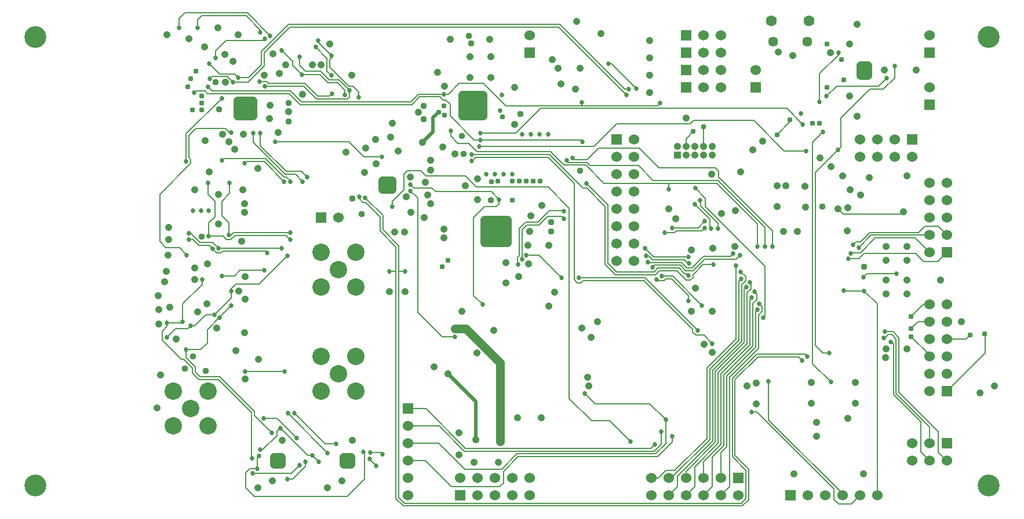
<source format=gbl>
G04 (created by PCBNEW-RS274X (2012-01-19 BZR 3256)-stable) date 12/09/2012 22:21:58*
G01*
G70*
G90*
%MOIN*%
G04 Gerber Fmt 3.4, Leading zero omitted, Abs format*
%FSLAX34Y34*%
G04 APERTURE LIST*
%ADD10C,0.006000*%
%ADD11C,0.063000*%
%ADD12C,0.057100*%
%ADD13C,0.023000*%
%ADD14C,0.023600*%
%ADD15C,0.025000*%
%ADD16R,0.060000X0.060000*%
%ADD17C,0.060000*%
%ADD18R,0.042000X0.042000*%
%ADD19C,0.042000*%
%ADD20C,0.100000*%
%ADD21C,0.126000*%
%ADD22C,0.031000*%
%ADD23C,0.027000*%
%ADD24C,0.037000*%
%ADD25C,0.050000*%
%ADD26C,0.008000*%
%ADD27C,0.020000*%
G04 APERTURE END LIST*
G54D10*
G54D11*
X70583Y-22169D03*
X68417Y-22169D03*
G54D12*
X70479Y-23339D03*
X68521Y-23339D03*
G54D13*
X73750Y-25000D03*
X73947Y-24705D03*
X73553Y-24705D03*
X73553Y-25295D03*
X73947Y-25295D03*
G54D14*
X44202Y-47702D03*
X43798Y-47702D03*
X43798Y-47298D03*
X44202Y-47298D03*
X40202Y-47702D03*
X39798Y-47702D03*
X39798Y-47298D03*
X40202Y-47298D03*
G54D15*
X52575Y-34275D03*
X52575Y-33625D03*
X53225Y-33625D03*
X53225Y-34275D03*
X53225Y-34925D03*
X52575Y-34925D03*
X51925Y-34925D03*
X51925Y-34275D03*
X51925Y-33625D03*
X51225Y-27025D03*
X51225Y-26431D03*
X51819Y-26431D03*
X51819Y-27025D03*
X51819Y-27619D03*
X51225Y-27619D03*
X50631Y-27619D03*
X50631Y-27025D03*
X50631Y-26431D03*
G54D14*
X38150Y-27200D03*
X37717Y-27200D03*
X37717Y-26767D03*
X38150Y-26767D03*
X38583Y-26767D03*
X38583Y-27200D03*
X38583Y-27633D03*
X38150Y-27633D03*
X37717Y-27633D03*
X46300Y-31600D03*
X46039Y-31339D03*
X46561Y-31339D03*
X46561Y-31861D03*
X46039Y-31861D03*
G54D16*
X59500Y-29000D03*
G54D17*
X60500Y-29000D03*
X59500Y-30000D03*
X60500Y-30000D03*
X59500Y-31000D03*
X60500Y-31000D03*
X59500Y-32000D03*
X60500Y-32000D03*
X59500Y-33000D03*
X60500Y-33000D03*
X59500Y-34000D03*
X60500Y-34000D03*
X59500Y-35000D03*
X60500Y-35000D03*
X59500Y-36000D03*
X60500Y-36000D03*
G54D16*
X66500Y-48500D03*
G54D17*
X66500Y-49500D03*
X65500Y-48500D03*
X65500Y-49500D03*
X64500Y-48500D03*
X64500Y-49500D03*
X63500Y-48500D03*
X63500Y-49500D03*
X62500Y-48500D03*
X62500Y-49500D03*
X61500Y-48500D03*
X61500Y-49500D03*
G54D16*
X78500Y-43500D03*
G54D17*
X77500Y-43500D03*
X78500Y-42500D03*
X77500Y-42500D03*
X78500Y-41500D03*
X77500Y-41500D03*
X78500Y-40500D03*
X77500Y-40500D03*
X78500Y-39500D03*
X77500Y-39500D03*
X78500Y-38500D03*
X77500Y-38500D03*
G54D16*
X78500Y-35500D03*
G54D17*
X77500Y-35500D03*
X78500Y-34500D03*
X77500Y-34500D03*
X78500Y-33500D03*
X77500Y-33500D03*
X78500Y-32500D03*
X77500Y-32500D03*
X78500Y-31500D03*
X77500Y-31500D03*
G54D16*
X50500Y-49500D03*
G54D17*
X50500Y-48500D03*
X51500Y-49500D03*
X51500Y-48500D03*
X52500Y-49500D03*
X52500Y-48500D03*
X53500Y-49500D03*
X53500Y-48500D03*
X54500Y-49500D03*
X54500Y-48500D03*
G54D16*
X76500Y-29000D03*
G54D17*
X76500Y-30000D03*
X75500Y-29000D03*
X75500Y-30000D03*
X74500Y-29000D03*
X74500Y-30000D03*
X73500Y-29000D03*
X73500Y-30000D03*
G54D16*
X78510Y-46500D03*
G54D17*
X78510Y-47500D03*
X77510Y-46500D03*
X77510Y-47500D03*
X76510Y-46500D03*
X76510Y-47500D03*
G54D16*
X69500Y-49500D03*
G54D17*
X70500Y-49500D03*
X71500Y-49500D03*
X72500Y-49500D03*
X73500Y-49500D03*
X74500Y-49500D03*
G54D16*
X47500Y-44500D03*
G54D17*
X47500Y-45500D03*
X47500Y-46500D03*
X47500Y-47500D03*
X47500Y-48500D03*
X47500Y-49500D03*
G54D16*
X63500Y-24000D03*
G54D17*
X64500Y-24000D03*
X65500Y-24000D03*
G54D16*
X63500Y-23000D03*
G54D17*
X64500Y-23000D03*
X65500Y-23000D03*
G54D16*
X63500Y-25000D03*
G54D17*
X64500Y-25000D03*
X65500Y-25000D03*
G54D16*
X63500Y-26000D03*
G54D17*
X64500Y-26000D03*
X65500Y-26000D03*
G54D16*
X67500Y-26000D03*
G54D17*
X67500Y-25000D03*
G54D18*
X63000Y-29900D03*
G54D19*
X63000Y-29400D03*
X63500Y-29900D03*
X63500Y-29400D03*
X64000Y-29900D03*
X64000Y-29400D03*
X64500Y-29900D03*
X64500Y-29400D03*
X65000Y-29900D03*
X65000Y-29400D03*
G54D20*
X43500Y-42500D03*
X42500Y-43500D03*
X44500Y-43500D03*
X44500Y-41500D03*
X42500Y-41500D03*
X35000Y-44500D03*
X36000Y-43500D03*
X34000Y-43500D03*
X34000Y-45500D03*
X36000Y-45500D03*
X43500Y-36500D03*
X42500Y-37500D03*
X44500Y-37500D03*
X44500Y-35500D03*
X42500Y-35500D03*
G54D16*
X77500Y-24000D03*
G54D17*
X77500Y-23000D03*
G54D16*
X77500Y-27000D03*
G54D17*
X77500Y-26000D03*
G54D16*
X42500Y-33500D03*
G54D17*
X43500Y-33500D03*
G54D16*
X54500Y-24000D03*
G54D17*
X54500Y-23000D03*
G54D21*
X26075Y-23075D03*
X26075Y-48925D03*
X80925Y-48925D03*
X80925Y-23075D03*
G54D19*
X52800Y-46400D03*
G54D22*
X49470Y-36330D03*
G54D19*
X48450Y-33500D03*
X48800Y-30200D03*
X50200Y-39880D03*
X50450Y-47150D03*
X45650Y-29000D03*
X47300Y-34310D03*
G54D23*
X53850Y-36180D03*
X56460Y-33110D03*
X54060Y-35880D03*
X56460Y-33550D03*
G54D19*
X47400Y-32300D03*
X47650Y-31150D03*
G54D23*
X38930Y-47230D03*
X38850Y-47960D03*
X44950Y-47000D03*
X45670Y-47790D03*
X45310Y-47400D03*
X34900Y-34400D03*
X44680Y-26560D03*
X35420Y-22550D03*
X36620Y-35260D03*
X43100Y-24150D03*
X39020Y-22820D03*
X42340Y-23280D03*
X40250Y-35260D03*
X34780Y-35640D03*
X37330Y-28590D03*
X40410Y-42350D03*
X41450Y-31410D03*
X38600Y-28630D03*
X38150Y-42350D03*
X45330Y-47030D03*
X40570Y-35690D03*
X37340Y-37710D03*
X39010Y-28610D03*
X46030Y-47120D03*
X41710Y-31150D03*
X35010Y-39720D03*
X33650Y-40400D03*
X36370Y-39100D03*
X38970Y-25670D03*
X43130Y-26360D03*
X34750Y-30250D03*
X36810Y-26610D03*
X40740Y-34770D03*
X42870Y-47040D03*
X36050Y-34550D03*
X40600Y-44770D03*
X36000Y-31500D03*
X37250Y-31500D03*
X40730Y-34350D03*
X40970Y-44750D03*
X37200Y-34500D03*
X43390Y-46520D03*
X41600Y-47570D03*
X40580Y-48550D03*
X43098Y-25298D03*
X34350Y-22550D03*
X42200Y-23670D03*
X39590Y-23020D03*
X41410Y-25250D03*
X40390Y-31410D03*
X38100Y-30350D03*
X43870Y-26410D03*
X40230Y-23850D03*
X35660Y-37040D03*
X33650Y-39550D03*
X34550Y-39500D03*
X38550Y-47360D03*
X41280Y-47760D03*
X39400Y-35520D03*
X38560Y-48220D03*
X34900Y-34750D03*
X36280Y-35280D03*
X39270Y-23190D03*
X36450Y-24300D03*
X42000Y-47190D03*
X36810Y-30200D03*
X40160Y-45620D03*
X39260Y-25930D03*
X39000Y-46870D03*
X40750Y-31420D03*
X41260Y-24230D03*
X44130Y-26170D03*
X42370Y-47570D03*
X34740Y-41100D03*
X37340Y-38560D03*
X36690Y-39250D03*
X39670Y-45890D03*
X39220Y-45050D03*
X36800Y-36850D03*
X39240Y-36530D03*
X41100Y-46180D03*
X63630Y-35750D03*
X61140Y-35260D03*
X63660Y-36110D03*
X61210Y-35700D03*
X66210Y-35570D03*
X61310Y-36060D03*
X66610Y-35640D03*
X61560Y-36350D03*
X62700Y-46100D03*
X62060Y-45810D03*
X57690Y-43610D03*
X62330Y-45130D03*
X61710Y-46540D03*
X75500Y-24750D03*
X71740Y-41300D03*
X72250Y-29600D03*
X73110Y-35040D03*
X73430Y-35210D03*
X75610Y-36730D03*
X73720Y-36910D03*
X72830Y-35860D03*
X72990Y-35540D03*
X75270Y-40640D03*
X74930Y-40070D03*
X74880Y-40430D03*
G54D19*
X76000Y-33150D03*
X72250Y-33000D03*
G54D23*
X72560Y-37690D03*
X73740Y-37710D03*
X64320Y-32500D03*
X65330Y-34130D03*
X67610Y-38790D03*
X66370Y-36240D03*
X66660Y-37010D03*
X66960Y-37490D03*
X67440Y-37760D03*
X67290Y-38100D03*
X67710Y-38440D03*
X66650Y-36620D03*
X67190Y-37210D03*
X64580Y-33700D03*
X62720Y-34080D03*
X62280Y-34350D03*
X64580Y-34080D03*
G54D22*
X79830Y-40270D03*
X80690Y-40200D03*
X76450Y-40350D03*
X76450Y-39200D03*
X76450Y-39900D03*
X63910Y-28530D03*
X64500Y-28250D03*
G54D23*
X68240Y-42920D03*
X67280Y-44690D03*
G54D19*
X51400Y-46300D03*
X49800Y-42500D03*
G54D23*
X71380Y-28550D03*
X71830Y-42950D03*
X57340Y-36940D03*
X64180Y-39980D03*
X56340Y-36940D03*
X54320Y-35640D03*
X65020Y-40750D03*
X51180Y-30230D03*
X37430Y-25680D03*
X61800Y-37050D03*
X36100Y-25500D03*
X60080Y-26420D03*
X63630Y-38280D03*
X52750Y-32450D03*
X47650Y-31600D03*
X51800Y-38500D03*
X50200Y-40360D03*
X47650Y-31950D03*
G54D19*
X72950Y-31900D03*
X35400Y-38930D03*
G54D22*
X34850Y-25950D03*
G54D23*
X36050Y-33100D03*
G54D19*
X64550Y-40800D03*
X46600Y-28050D03*
X72770Y-34260D03*
X67000Y-43190D03*
X61400Y-23300D03*
X33750Y-34050D03*
G54D24*
X73750Y-36320D03*
G54D23*
X54575Y-28675D03*
G54D19*
X71800Y-24000D03*
G54D23*
X54075Y-28675D03*
G54D22*
X35300Y-25050D03*
G54D24*
X50725Y-29835D03*
X35140Y-41500D03*
G54D19*
X34160Y-40500D03*
X55950Y-37790D03*
X53810Y-45010D03*
G54D22*
X71600Y-26000D03*
G54D19*
X67540Y-44230D03*
X41450Y-26400D03*
X40650Y-27400D03*
X36510Y-39870D03*
G54D24*
X51005Y-23005D03*
G54D19*
X43000Y-23500D03*
X68800Y-23950D03*
X67900Y-29100D03*
X71850Y-30550D03*
X45000Y-30900D03*
X69100Y-34300D03*
X52275Y-24225D03*
X71200Y-30040D03*
X37750Y-22950D03*
X70700Y-44200D03*
X52215Y-23225D03*
X69900Y-34300D03*
X42500Y-24700D03*
X38150Y-36900D03*
X42000Y-24700D03*
X51075Y-24225D03*
X49580Y-34640D03*
X74900Y-25000D03*
G54D24*
X55750Y-33750D03*
G54D22*
X54725Y-31375D03*
G54D19*
X73550Y-32200D03*
X56150Y-24900D03*
X35250Y-31900D03*
G54D23*
X35150Y-33100D03*
G54D19*
X37550Y-29550D03*
X62500Y-33000D03*
X61400Y-24300D03*
X63800Y-38900D03*
X73250Y-44200D03*
G54D24*
X71350Y-32850D03*
G54D19*
X35850Y-29050D03*
X38100Y-33200D03*
G54D23*
X55075Y-28675D03*
G54D19*
X45090Y-29500D03*
X50600Y-38900D03*
X51505Y-31265D03*
X72800Y-45050D03*
X40050Y-28600D03*
X39750Y-24050D03*
X48650Y-32200D03*
G54D23*
X52025Y-30975D03*
G54D19*
X33190Y-38790D03*
X76200Y-37900D03*
X55800Y-24400D03*
X52700Y-47600D03*
X38100Y-32700D03*
X38100Y-40130D03*
X73350Y-22350D03*
G54D24*
X48415Y-27045D03*
G54D19*
X76200Y-35950D03*
X47690Y-33200D03*
X74040Y-31190D03*
X38010Y-31900D03*
X53635Y-28125D03*
X50225Y-29835D03*
X71000Y-45300D03*
X35800Y-23650D03*
X57900Y-43200D03*
G54D22*
X53525Y-31375D03*
G54D19*
X38900Y-41650D03*
X40280Y-46320D03*
X33640Y-22950D03*
X38050Y-28700D03*
G54D23*
X70100Y-27500D03*
G54D24*
X48425Y-27825D03*
G54D19*
X38890Y-30650D03*
X49525Y-29435D03*
G54D22*
X52685Y-31375D03*
G54D19*
X40490Y-24680D03*
X70350Y-31690D03*
X72900Y-23500D03*
G54D24*
X35890Y-42320D03*
G54D19*
X79330Y-39490D03*
X55180Y-45010D03*
X49225Y-25125D03*
X72900Y-26500D03*
G54D24*
X40650Y-27950D03*
G54D19*
X48500Y-31450D03*
X53860Y-36890D03*
X35230Y-37040D03*
X36850Y-28700D03*
G54D22*
X72450Y-24400D03*
X54325Y-31375D03*
G54D19*
X33750Y-34750D03*
X53635Y-25975D03*
X43940Y-29720D03*
X53130Y-37260D03*
G54D22*
X35630Y-27300D03*
G54D19*
X54450Y-36150D03*
X49935Y-23225D03*
X38890Y-49050D03*
X33800Y-38670D03*
G54D24*
X57400Y-30800D03*
G54D19*
X55200Y-32800D03*
G54D22*
X70790Y-28050D03*
X35630Y-26900D03*
G54D24*
X34680Y-42180D03*
G54D19*
X61400Y-25300D03*
X73350Y-27650D03*
X33500Y-37200D03*
X76200Y-31100D03*
X34900Y-23200D03*
X35940Y-38470D03*
X57500Y-39850D03*
G54D22*
X53925Y-31375D03*
G54D19*
X37000Y-25700D03*
X44260Y-25300D03*
X80400Y-43600D03*
X36560Y-22550D03*
X52430Y-39990D03*
X38150Y-38200D03*
X42890Y-49050D03*
X33070Y-44460D03*
X55600Y-35100D03*
X72500Y-31100D03*
X57400Y-24900D03*
X36600Y-33850D03*
X49580Y-34160D03*
G54D24*
X36450Y-25700D03*
X55750Y-34300D03*
G54D19*
X76200Y-41050D03*
X37950Y-34850D03*
X71000Y-46100D03*
X36600Y-32150D03*
X51460Y-41280D03*
X33190Y-39620D03*
X44300Y-46320D03*
X69250Y-31650D03*
X33290Y-42550D03*
X46950Y-29650D03*
G54D23*
X55575Y-28675D03*
G54D19*
X35970Y-36150D03*
G54D24*
X40650Y-26900D03*
G54D19*
X65550Y-33250D03*
X57150Y-26100D03*
X37200Y-29130D03*
X36980Y-24100D03*
X51300Y-47600D03*
X74960Y-41560D03*
G54D22*
X35000Y-25500D03*
G54D19*
X33700Y-35650D03*
X58600Y-22900D03*
X36070Y-30860D03*
G54D22*
X35100Y-27300D03*
G54D19*
X76750Y-25000D03*
G54D22*
X35630Y-26500D03*
G54D19*
X76200Y-35150D03*
G54D23*
X35600Y-33100D03*
G54D19*
X48125Y-27425D03*
G54D23*
X53525Y-30975D03*
G54D19*
X66310Y-35140D03*
X58400Y-39500D03*
X33150Y-38000D03*
X37760Y-37710D03*
G54D23*
X52525Y-30975D03*
G54D19*
X68750Y-31650D03*
G54D22*
X55125Y-31375D03*
X52325Y-31415D03*
G54D24*
X35650Y-34600D03*
G54D19*
X40100Y-25190D03*
X50795Y-31665D03*
X69650Y-24150D03*
G54D24*
X53985Y-27515D03*
G54D19*
X76200Y-37100D03*
G54D22*
X71600Y-23500D03*
G54D24*
X51145Y-23445D03*
G54D19*
X49000Y-42100D03*
X63800Y-35350D03*
G54D23*
X53025Y-30975D03*
G54D19*
X61400Y-26300D03*
G54D23*
X51620Y-29390D03*
X70400Y-29650D03*
X39880Y-29130D03*
X46000Y-30000D03*
X75050Y-25450D03*
X71590Y-26500D03*
X72270Y-24000D03*
X71190Y-26830D03*
G54D22*
X68750Y-28710D03*
X69490Y-27840D03*
G54D23*
X37750Y-25420D03*
X62120Y-36860D03*
X64420Y-38540D03*
X60220Y-26080D03*
X36090Y-24630D03*
X64010Y-32720D03*
X64940Y-34130D03*
X60650Y-26060D03*
X59030Y-24610D03*
X70210Y-28110D03*
X51670Y-28620D03*
X68460Y-35140D03*
X56960Y-30050D03*
X44700Y-32300D03*
X70170Y-41710D03*
X46450Y-36600D03*
X47350Y-36600D03*
X70470Y-41480D03*
X45050Y-32350D03*
X60320Y-46400D03*
X46600Y-32850D03*
X65060Y-36190D03*
X51180Y-29850D03*
X57550Y-29130D03*
X63630Y-36820D03*
X51670Y-29010D03*
X57760Y-31520D03*
X35200Y-26300D03*
X57520Y-26850D03*
X62020Y-26880D03*
X49575Y-26375D03*
X67930Y-39250D03*
X36000Y-25950D03*
X64030Y-31800D03*
X68040Y-35150D03*
X56630Y-30180D03*
G54D19*
X49625Y-25925D03*
X54570Y-33380D03*
X35250Y-36400D03*
X51525Y-32465D03*
G54D22*
X52945Y-27695D03*
G54D19*
X37450Y-24500D03*
X54500Y-34300D03*
X39570Y-27010D03*
X39250Y-25300D03*
G54D24*
X52275Y-32475D03*
G54D23*
X52825Y-27335D03*
G54D19*
X52275Y-25415D03*
X37600Y-41150D03*
G54D24*
X50615Y-28785D03*
G54D19*
X53140Y-36100D03*
G54D22*
X53525Y-32475D03*
X49565Y-27045D03*
G54D19*
X51075Y-25405D03*
X38150Y-42800D03*
G54D24*
X36640Y-27250D03*
G54D19*
X33610Y-36600D03*
G54D23*
X52895Y-26425D03*
G54D22*
X49625Y-27585D03*
G54D19*
X54400Y-35100D03*
X57200Y-22200D03*
X58050Y-40400D03*
X57850Y-42700D03*
X63500Y-27740D03*
X73700Y-48250D03*
G54D22*
X71190Y-28050D03*
G54D19*
X56300Y-25800D03*
X67350Y-29600D03*
G54D22*
X49820Y-35960D03*
G54D19*
X75000Y-35950D03*
X65000Y-38900D03*
X75000Y-35150D03*
X66350Y-33100D03*
X78150Y-37100D03*
X48800Y-30750D03*
X72810Y-32920D03*
X67540Y-43020D03*
X45660Y-30400D03*
X48800Y-32700D03*
X70700Y-43000D03*
X64050Y-37540D03*
X69700Y-48250D03*
X55600Y-38600D03*
X73250Y-43000D03*
X75000Y-41050D03*
X46500Y-28850D03*
X64990Y-31000D03*
X68750Y-32850D03*
X39710Y-48650D03*
G54D22*
X72560Y-25570D03*
G54D19*
X43710Y-48650D03*
X50450Y-45900D03*
G54D22*
X49275Y-27415D03*
G54D19*
X70378Y-32904D03*
X81250Y-43200D03*
X46730Y-34310D03*
X65000Y-41250D03*
X47350Y-37750D03*
X48340Y-29160D03*
X75000Y-37100D03*
X39550Y-27800D03*
X75000Y-37900D03*
X46450Y-37750D03*
G54D24*
X44300Y-32400D03*
X44850Y-33300D03*
G54D19*
X65030Y-35270D03*
X66640Y-30840D03*
X62900Y-33550D03*
G54D23*
X49975Y-28485D03*
X67610Y-35160D03*
X62500Y-31850D03*
G54D25*
X52800Y-46400D02*
X52800Y-41840D01*
X50840Y-39880D02*
X50200Y-39880D01*
X52800Y-41840D02*
X50840Y-39880D01*
G54D26*
X53800Y-35990D02*
X53800Y-35770D01*
X54262Y-33758D02*
X54972Y-33758D01*
X53850Y-36040D02*
X53800Y-35990D01*
X54972Y-33758D02*
X55632Y-33098D01*
X53898Y-35672D02*
X53898Y-34122D01*
X53850Y-36180D02*
X53850Y-36040D01*
X56448Y-33098D02*
X56460Y-33110D01*
X55632Y-33098D02*
X55940Y-33098D01*
X53898Y-34122D02*
X54262Y-33758D01*
X53800Y-35770D02*
X53898Y-35672D01*
X55940Y-33098D02*
X56448Y-33098D01*
X56460Y-33550D02*
X56335Y-33425D01*
X54060Y-34190D02*
X54330Y-33920D01*
X54060Y-35880D02*
X54060Y-34190D01*
X54330Y-33920D02*
X55040Y-33920D01*
X56335Y-33425D02*
X55535Y-33425D01*
X55535Y-33425D02*
X55040Y-33920D01*
X38850Y-47310D02*
X38850Y-47960D01*
X38180Y-48190D02*
X38180Y-49050D01*
X38410Y-47960D02*
X38180Y-48190D01*
X38930Y-47230D02*
X38850Y-47310D01*
X38850Y-47960D02*
X38410Y-47960D01*
X44010Y-49550D02*
X38680Y-49550D01*
X44950Y-47000D02*
X45020Y-47070D01*
X45020Y-47070D02*
X45020Y-48540D01*
X45020Y-48540D02*
X44010Y-49550D01*
X38680Y-49550D02*
X38180Y-49050D01*
X45310Y-47430D02*
X45310Y-47400D01*
X42340Y-23390D02*
X43100Y-24150D01*
X35530Y-34910D02*
X36270Y-34910D01*
X45670Y-47790D02*
X45310Y-47430D01*
X35020Y-34400D02*
X35530Y-34910D01*
X34900Y-34400D02*
X35020Y-34400D01*
X35420Y-22082D02*
X35640Y-21862D01*
X36620Y-35260D02*
X40250Y-35260D01*
X44330Y-25910D02*
X44680Y-26260D01*
X35640Y-21862D02*
X38202Y-21862D01*
X43002Y-24390D02*
X43002Y-24812D01*
X44680Y-26260D02*
X44680Y-26560D01*
X39020Y-22680D02*
X39020Y-22820D01*
X44100Y-25910D02*
X44330Y-25910D01*
X43002Y-24812D02*
X44100Y-25910D01*
X35420Y-22550D02*
X35420Y-22082D01*
X42340Y-23280D02*
X42340Y-23390D01*
X36270Y-34910D02*
X36620Y-35260D01*
X38202Y-21862D02*
X39020Y-22680D01*
X43100Y-24292D02*
X43002Y-24390D01*
X43100Y-24292D02*
X43100Y-24150D01*
X33580Y-35220D02*
X34360Y-35220D01*
X35020Y-30360D02*
X33230Y-32150D01*
X37330Y-28590D02*
X37250Y-28590D01*
X33230Y-32150D02*
X33230Y-34870D01*
X33230Y-34870D02*
X33580Y-35220D01*
X37250Y-28590D02*
X37010Y-28350D01*
X35020Y-30138D02*
X35020Y-30360D01*
X35300Y-28350D02*
X34912Y-28738D01*
X34360Y-35220D02*
X34780Y-35640D01*
X37010Y-28350D02*
X35300Y-28350D01*
X34912Y-28738D02*
X34912Y-30030D01*
X34912Y-30030D02*
X35020Y-30138D01*
X41028Y-30988D02*
X41450Y-31410D01*
X38600Y-29160D02*
X40428Y-30988D01*
X40428Y-30988D02*
X41028Y-30988D01*
X38600Y-28630D02*
X38600Y-29160D01*
X40410Y-42350D02*
X38150Y-42350D01*
X35860Y-39100D02*
X35240Y-39720D01*
X39010Y-29340D02*
X40496Y-30826D01*
X37340Y-38130D02*
X36370Y-39100D01*
X45940Y-47030D02*
X45330Y-47030D01*
X46030Y-47120D02*
X45940Y-47030D01*
X40496Y-30826D02*
X41386Y-30826D01*
X39010Y-28610D02*
X39010Y-29340D01*
X36370Y-39100D02*
X35860Y-39100D01*
X34150Y-39900D02*
X34830Y-39900D01*
X33650Y-40400D02*
X34150Y-39900D01*
X37600Y-37320D02*
X38940Y-37320D01*
X34830Y-39900D02*
X35010Y-39720D01*
X37340Y-37710D02*
X37340Y-37580D01*
X38940Y-37320D02*
X40570Y-35690D01*
X35240Y-39720D02*
X35010Y-39720D01*
X37340Y-37580D02*
X37600Y-37320D01*
X37340Y-37710D02*
X37340Y-38130D01*
X41386Y-30826D02*
X41710Y-31150D01*
X41588Y-25768D02*
X42320Y-26500D01*
X39370Y-25670D02*
X39468Y-25768D01*
X42990Y-26500D02*
X43130Y-26360D01*
X42320Y-26500D02*
X42990Y-26500D01*
X38970Y-25670D02*
X39370Y-25670D01*
X39468Y-25768D02*
X41588Y-25768D01*
X36050Y-34550D02*
X36050Y-33800D01*
X36050Y-33800D02*
X36400Y-33450D01*
X37560Y-34510D02*
X40480Y-34510D01*
X36000Y-32150D02*
X36000Y-31500D01*
X40600Y-44770D02*
X42870Y-47040D01*
X34750Y-28670D02*
X34750Y-28720D01*
X34750Y-28720D02*
X34750Y-30250D01*
X36400Y-32550D02*
X36000Y-32150D01*
X36880Y-34550D02*
X37090Y-34760D01*
X37090Y-34760D02*
X37310Y-34760D01*
X36050Y-34550D02*
X36880Y-34550D01*
X40480Y-34510D02*
X40740Y-34770D01*
X37310Y-34760D02*
X37560Y-34510D01*
X36810Y-26610D02*
X34750Y-28670D01*
X36400Y-33450D02*
X36400Y-32550D01*
X37200Y-34500D02*
X37340Y-34500D01*
X37340Y-34500D02*
X37492Y-34348D01*
X36800Y-32550D02*
X36800Y-33400D01*
X37250Y-31500D02*
X37250Y-32100D01*
X37250Y-32100D02*
X36800Y-32550D01*
X37492Y-34348D02*
X40728Y-34348D01*
X37200Y-33800D02*
X37200Y-34500D01*
X42740Y-46520D02*
X43390Y-46520D01*
X36800Y-33400D02*
X37200Y-33800D01*
X40728Y-34348D02*
X40730Y-34350D01*
X40970Y-44750D02*
X42740Y-46520D01*
X40870Y-48550D02*
X40580Y-48550D01*
X43098Y-25298D02*
X42840Y-25040D01*
X34350Y-22020D02*
X34350Y-22550D01*
X41600Y-47570D02*
X41600Y-47820D01*
X42840Y-24310D02*
X42840Y-25040D01*
X34350Y-22020D02*
X34670Y-21700D01*
X38270Y-21700D02*
X39590Y-23020D01*
X41600Y-47820D02*
X40870Y-48550D01*
X34670Y-21700D02*
X38270Y-21700D01*
X42200Y-23670D02*
X42840Y-24310D01*
X40390Y-31410D02*
X39230Y-30250D01*
X42922Y-25732D02*
X43462Y-25732D01*
X43870Y-26140D02*
X43870Y-26410D01*
X38200Y-30250D02*
X38100Y-30350D01*
X38200Y-30250D02*
X39230Y-30250D01*
X41410Y-25250D02*
X42440Y-25250D01*
X40230Y-23850D02*
X40870Y-24490D01*
X41410Y-25250D02*
X40870Y-24710D01*
X40870Y-24490D02*
X40870Y-24710D01*
X42440Y-25250D02*
X42922Y-25732D01*
X43462Y-25732D02*
X43870Y-26140D01*
X38508Y-44708D02*
X38508Y-47318D01*
X35118Y-42468D02*
X35472Y-42822D01*
X34500Y-39550D02*
X33650Y-39550D01*
X35118Y-42168D02*
X35118Y-42468D01*
X33370Y-40050D02*
X33370Y-40570D01*
X35660Y-37360D02*
X35660Y-37040D01*
X33650Y-39770D02*
X33370Y-40050D01*
X36622Y-42822D02*
X38508Y-44708D01*
X34460Y-41660D02*
X34610Y-41660D01*
X34550Y-38470D02*
X35660Y-37360D01*
X34550Y-39500D02*
X34550Y-38470D01*
X34610Y-41660D02*
X35118Y-42168D01*
X34550Y-39500D02*
X34500Y-39550D01*
X33650Y-39770D02*
X33650Y-39550D01*
X33370Y-40570D02*
X34460Y-41660D01*
X38508Y-47318D02*
X38550Y-47360D01*
X35472Y-42822D02*
X36622Y-42822D01*
X36280Y-35310D02*
X36280Y-35280D01*
X34900Y-34750D02*
X35140Y-34750D01*
X36280Y-35310D02*
X36500Y-35530D01*
X36850Y-35422D02*
X39302Y-35422D01*
X36500Y-35530D02*
X36742Y-35530D01*
X39302Y-35422D02*
X39400Y-35520D01*
X41280Y-47760D02*
X40820Y-48220D01*
X40820Y-48220D02*
X38560Y-48220D01*
X35462Y-35072D02*
X36072Y-35072D01*
X36072Y-35072D02*
X36280Y-35280D01*
X35140Y-34750D02*
X35462Y-35072D01*
X36742Y-35530D02*
X36850Y-35422D01*
X42470Y-25050D02*
X42990Y-25570D01*
X40360Y-31150D02*
X39298Y-30088D01*
X41730Y-47190D02*
X40160Y-45620D01*
X40730Y-31370D02*
X40510Y-31150D01*
X36450Y-23890D02*
X37050Y-23290D01*
X42000Y-47200D02*
X42000Y-47190D01*
X41730Y-47190D02*
X42000Y-47190D01*
X44000Y-26668D02*
X44130Y-26538D01*
X41520Y-25930D02*
X42258Y-26668D01*
X40160Y-45620D02*
X40140Y-45620D01*
X40140Y-45620D02*
X39960Y-45800D01*
X42370Y-47570D02*
X42000Y-47200D01*
X42258Y-26668D02*
X44000Y-26668D01*
X41260Y-24230D02*
X41260Y-24710D01*
X40730Y-31400D02*
X40730Y-31370D01*
X39150Y-46870D02*
X39000Y-46870D01*
X40750Y-31420D02*
X40730Y-31400D01*
X36450Y-24300D02*
X36450Y-23890D01*
X37050Y-23290D02*
X39170Y-23290D01*
X39260Y-25930D02*
X41520Y-25930D01*
X44130Y-26538D02*
X44130Y-26170D01*
X39298Y-30088D02*
X36922Y-30088D01*
X42990Y-25570D02*
X43530Y-25570D01*
X41260Y-24710D02*
X41600Y-25050D01*
X39960Y-45800D02*
X39960Y-46060D01*
X40510Y-31150D02*
X40360Y-31150D01*
X41600Y-25050D02*
X42470Y-25050D01*
X39170Y-23290D02*
X39270Y-23190D01*
X43530Y-25570D02*
X44130Y-26170D01*
X36922Y-30088D02*
X36810Y-30200D01*
X39960Y-46060D02*
X39150Y-46870D01*
X36690Y-39210D02*
X36690Y-39250D01*
X35540Y-42660D02*
X36690Y-42660D01*
X35280Y-42400D02*
X35540Y-42660D01*
X38670Y-44890D02*
X38670Y-44640D01*
X35280Y-42100D02*
X35280Y-42400D01*
X35570Y-41100D02*
X35960Y-40710D01*
X34740Y-41100D02*
X35570Y-41100D01*
X36650Y-39250D02*
X36690Y-39250D01*
X39670Y-45890D02*
X38670Y-44890D01*
X34740Y-41560D02*
X35280Y-42100D01*
X35960Y-40710D02*
X35960Y-39940D01*
X37340Y-38560D02*
X36690Y-39210D01*
X34740Y-41100D02*
X34740Y-41560D01*
X35960Y-39940D02*
X36650Y-39250D01*
X36690Y-42660D02*
X38670Y-44640D01*
X37530Y-36850D02*
X37850Y-36530D01*
X41100Y-46180D02*
X39970Y-45050D01*
X37850Y-36530D02*
X39240Y-36530D01*
X39970Y-45050D02*
X39220Y-45050D01*
X36800Y-36850D02*
X37530Y-36850D01*
X63630Y-35750D02*
X61630Y-35750D01*
X61630Y-35750D02*
X61140Y-35260D01*
X63608Y-36110D02*
X63410Y-35912D01*
X61350Y-35700D02*
X61210Y-35700D01*
X63660Y-36110D02*
X63608Y-36110D01*
X61562Y-35912D02*
X61350Y-35700D01*
X63410Y-35912D02*
X61562Y-35912D01*
X61324Y-36074D02*
X61310Y-36060D01*
X63840Y-36380D02*
X63540Y-36380D01*
X66210Y-35570D02*
X66060Y-35720D01*
X63540Y-36380D02*
X63234Y-36074D01*
X64500Y-35720D02*
X64380Y-35840D01*
X66060Y-35720D02*
X64500Y-35720D01*
X64380Y-35840D02*
X63840Y-36380D01*
X63234Y-36074D02*
X61324Y-36074D01*
X66368Y-35882D02*
X64568Y-35882D01*
X63472Y-36542D02*
X63166Y-36236D01*
X66610Y-35640D02*
X66368Y-35882D01*
X61674Y-36236D02*
X61560Y-36350D01*
X64568Y-35882D02*
X63908Y-36542D01*
X63166Y-36236D02*
X61674Y-36236D01*
X63908Y-36542D02*
X63472Y-36542D01*
X48500Y-47500D02*
X50000Y-49000D01*
X53000Y-48124D02*
X53858Y-47266D01*
X62700Y-46430D02*
X62700Y-46100D01*
X47500Y-47500D02*
X48500Y-47500D01*
X52790Y-49000D02*
X53000Y-48790D01*
X61864Y-47266D02*
X62700Y-46430D01*
X50000Y-49000D02*
X52790Y-49000D01*
X53858Y-47266D02*
X61864Y-47266D01*
X53000Y-48790D02*
X53000Y-48124D01*
X50742Y-46942D02*
X61538Y-46942D01*
X49300Y-45500D02*
X47500Y-45500D01*
X61538Y-46942D02*
X61688Y-46942D01*
X49300Y-45500D02*
X50742Y-46942D01*
X62060Y-46570D02*
X62060Y-45810D01*
X61688Y-46942D02*
X62060Y-46570D01*
X49270Y-46500D02*
X47500Y-46500D01*
X62330Y-46530D02*
X62330Y-45130D01*
X57690Y-43610D02*
X58290Y-44210D01*
X53790Y-47104D02*
X61530Y-47104D01*
X61756Y-47104D02*
X62330Y-46530D01*
X58290Y-44210D02*
X61410Y-44210D01*
X52894Y-48000D02*
X53790Y-47104D01*
X49270Y-46500D02*
X50770Y-48000D01*
X61530Y-47104D02*
X61756Y-47104D01*
X50770Y-48000D02*
X52894Y-48000D01*
X61410Y-44210D02*
X62330Y-45130D01*
X61470Y-46780D02*
X61710Y-46540D01*
X48530Y-44500D02*
X50810Y-46780D01*
X48530Y-44500D02*
X47500Y-44500D01*
X50810Y-46780D02*
X61470Y-46780D01*
X74078Y-26092D02*
X74858Y-26092D01*
X72270Y-29570D02*
X72420Y-29420D01*
X72270Y-29580D02*
X72270Y-29570D01*
X71740Y-41300D02*
X71382Y-41300D01*
X75500Y-25450D02*
X75500Y-24750D01*
X71382Y-41300D02*
X70952Y-40870D01*
X70952Y-30888D02*
X72270Y-29570D01*
X70952Y-40870D02*
X70952Y-30888D01*
X72250Y-29600D02*
X72270Y-29580D01*
X72420Y-29420D02*
X72420Y-27750D01*
X74858Y-26092D02*
X75500Y-25450D01*
X72420Y-27750D02*
X74078Y-26092D01*
X76892Y-34338D02*
X77230Y-34000D01*
X73110Y-35040D02*
X73270Y-34880D01*
X78000Y-34000D02*
X78500Y-34500D01*
X77230Y-34000D02*
X78000Y-34000D01*
X73270Y-34880D02*
X73530Y-34880D01*
X74072Y-34338D02*
X76892Y-34338D01*
X73530Y-34880D02*
X74072Y-34338D01*
X74140Y-34500D02*
X77500Y-34500D01*
X73430Y-35210D02*
X74140Y-34500D01*
X73900Y-36730D02*
X75610Y-36730D01*
X73720Y-36910D02*
X73900Y-36730D01*
X72830Y-35860D02*
X72850Y-35840D01*
X73440Y-35840D02*
X73730Y-35550D01*
X76710Y-35550D02*
X77180Y-36020D01*
X72850Y-35840D02*
X73440Y-35840D01*
X77980Y-36020D02*
X78500Y-35500D01*
X73730Y-35550D02*
X76710Y-35550D01*
X77180Y-36020D02*
X77980Y-36020D01*
X73020Y-35510D02*
X73540Y-35510D01*
X73540Y-35510D02*
X74388Y-34662D01*
X76662Y-34662D02*
X77500Y-35500D01*
X72990Y-35540D02*
X73020Y-35510D01*
X74388Y-34662D02*
X76662Y-34662D01*
X75306Y-40640D02*
X75426Y-40760D01*
X77010Y-45270D02*
X77010Y-47000D01*
X75426Y-43686D02*
X77010Y-45270D01*
X75426Y-40760D02*
X75426Y-43686D01*
X77010Y-47000D02*
X77510Y-47500D01*
X75270Y-40640D02*
X75306Y-40640D01*
X75750Y-40890D02*
X75750Y-40410D01*
X78020Y-45820D02*
X78020Y-47010D01*
X75410Y-40070D02*
X74930Y-40070D01*
X75750Y-43550D02*
X78020Y-45820D01*
X75750Y-40890D02*
X75750Y-43550D01*
X78510Y-47500D02*
X78020Y-47010D01*
X75750Y-40410D02*
X75410Y-40070D01*
X75150Y-40232D02*
X75342Y-40232D01*
X74880Y-40430D02*
X74952Y-40430D01*
X75588Y-40478D02*
X75588Y-43618D01*
X75342Y-40232D02*
X75588Y-40478D01*
X75588Y-43618D02*
X77510Y-45540D01*
X77510Y-45540D02*
X77510Y-46500D01*
X74952Y-40430D02*
X75150Y-40232D01*
X72250Y-33000D02*
X72550Y-33300D01*
X72550Y-33300D02*
X75850Y-33300D01*
X75850Y-33300D02*
X76000Y-33150D01*
X64335Y-32815D02*
X65330Y-33810D01*
X65330Y-33810D02*
X65330Y-34130D01*
X64335Y-32515D02*
X64335Y-32815D01*
X74500Y-38470D02*
X73740Y-37710D01*
X72580Y-37710D02*
X73740Y-37710D01*
X64320Y-32500D02*
X64335Y-32515D01*
X74500Y-49500D02*
X74500Y-38470D01*
X72560Y-37690D02*
X72580Y-37710D01*
X65838Y-42632D02*
X67504Y-40966D01*
X67504Y-38896D02*
X67610Y-38790D01*
X65838Y-46692D02*
X65838Y-42632D01*
X65500Y-48500D02*
X65500Y-47030D01*
X67504Y-40966D02*
X67504Y-38896D01*
X65500Y-47030D02*
X65838Y-46692D01*
X62330Y-48070D02*
X62850Y-48070D01*
X61900Y-48500D02*
X62330Y-48070D01*
X66370Y-40490D02*
X66370Y-36240D01*
X62850Y-48070D02*
X64704Y-46216D01*
X61500Y-48500D02*
X61900Y-48500D01*
X64704Y-42156D02*
X66370Y-40490D01*
X64704Y-46216D02*
X64704Y-42156D01*
X66532Y-37138D02*
X66660Y-37010D01*
X64866Y-42224D02*
X66532Y-40558D01*
X62650Y-48500D02*
X64866Y-46284D01*
X64866Y-46284D02*
X64866Y-42224D01*
X66532Y-40558D02*
X66532Y-37138D01*
X62500Y-48500D02*
X62650Y-48500D01*
X63500Y-48500D02*
X63500Y-48110D01*
X65190Y-46420D02*
X65190Y-42360D01*
X63500Y-48500D02*
X63500Y-48270D01*
X66856Y-37594D02*
X66960Y-37490D01*
X63500Y-48110D02*
X65190Y-46420D01*
X66856Y-40694D02*
X66856Y-37594D01*
X65190Y-42360D02*
X66856Y-40694D01*
X67560Y-38210D02*
X67560Y-37880D01*
X67342Y-40898D02*
X67342Y-38428D01*
X65676Y-42564D02*
X67342Y-40898D01*
X64500Y-49500D02*
X65000Y-49000D01*
X67342Y-38428D02*
X67560Y-38210D01*
X65000Y-47300D02*
X65676Y-46624D01*
X67560Y-37880D02*
X67440Y-37760D01*
X65676Y-46624D02*
X65676Y-42564D01*
X65000Y-49000D02*
X65000Y-47300D01*
X67180Y-38210D02*
X67290Y-38100D01*
X65514Y-42496D02*
X67180Y-40830D01*
X65514Y-46556D02*
X65514Y-42496D01*
X64500Y-48500D02*
X64500Y-47570D01*
X67180Y-40830D02*
X67180Y-38210D01*
X64500Y-47570D02*
X65514Y-46556D01*
X65500Y-49500D02*
X66000Y-49000D01*
X66000Y-49000D02*
X66000Y-42700D01*
X67666Y-39114D02*
X67880Y-38900D01*
X66000Y-42700D02*
X67666Y-41034D01*
X67880Y-38610D02*
X67710Y-38440D01*
X67880Y-38900D02*
X67880Y-38610D01*
X67666Y-41034D02*
X67666Y-39114D01*
X63000Y-48380D02*
X65028Y-46352D01*
X65028Y-42292D02*
X66694Y-40626D01*
X66694Y-40626D02*
X66694Y-37366D01*
X63000Y-49000D02*
X62500Y-49500D01*
X66930Y-37130D02*
X66930Y-36900D01*
X66930Y-36900D02*
X66650Y-36620D01*
X63000Y-49000D02*
X63000Y-48380D01*
X66694Y-37366D02*
X66930Y-37130D01*
X65028Y-46352D02*
X65028Y-42292D01*
X63500Y-49500D02*
X64000Y-49000D01*
X67230Y-37600D02*
X67230Y-37250D01*
X67018Y-40762D02*
X67018Y-37812D01*
X64000Y-49000D02*
X64000Y-47840D01*
X65352Y-42428D02*
X67018Y-40762D01*
X67018Y-37812D02*
X67230Y-37600D01*
X65352Y-46488D02*
X65352Y-42428D01*
X64000Y-47840D02*
X65352Y-46488D01*
X67230Y-37250D02*
X67190Y-37210D01*
X64580Y-33700D02*
X64200Y-34080D01*
X64200Y-34080D02*
X62720Y-34080D01*
X64580Y-34080D02*
X64418Y-34242D01*
X62958Y-34242D02*
X62850Y-34350D01*
X64418Y-34242D02*
X62958Y-34242D01*
X62850Y-34350D02*
X62280Y-34350D01*
X79600Y-40500D02*
X78500Y-40500D01*
X79830Y-40270D02*
X79600Y-40500D01*
X80700Y-40210D02*
X80700Y-41300D01*
X80690Y-40200D02*
X80700Y-40210D01*
X80700Y-41300D02*
X78500Y-43500D01*
X77500Y-41400D02*
X77500Y-41500D01*
X76450Y-40350D02*
X77500Y-41400D01*
X76450Y-39200D02*
X77150Y-38500D01*
X77150Y-38500D02*
X77500Y-38500D01*
X76850Y-39500D02*
X77500Y-39500D01*
X76450Y-39900D02*
X76850Y-39500D01*
X63910Y-28530D02*
X63500Y-28940D01*
X63500Y-28940D02*
X63500Y-29400D01*
X64500Y-28250D02*
X64500Y-29400D01*
X68240Y-45140D02*
X72500Y-49400D01*
X68240Y-42920D02*
X68240Y-45140D01*
X72500Y-49400D02*
X72500Y-49500D01*
X72000Y-49710D02*
X72290Y-50000D01*
X67280Y-44690D02*
X67560Y-44690D01*
X72290Y-50000D02*
X73000Y-50000D01*
X73000Y-50000D02*
X73500Y-49500D01*
X72000Y-49130D02*
X72000Y-49710D01*
X67560Y-44690D02*
X72000Y-49130D01*
G54D27*
X51400Y-44100D02*
X49800Y-42500D01*
X51400Y-46300D02*
X51400Y-44100D01*
G54D26*
X71830Y-42950D02*
X70790Y-41910D01*
X70790Y-41880D02*
X70790Y-29140D01*
X70790Y-41910D02*
X70790Y-41880D01*
X70790Y-29140D02*
X71380Y-28550D01*
X55040Y-35640D02*
X54320Y-35640D01*
X57344Y-36944D02*
X57340Y-36940D01*
X61144Y-36944D02*
X57344Y-36944D01*
X64180Y-39980D02*
X61144Y-36944D01*
X56340Y-36940D02*
X55040Y-35640D01*
X63890Y-40090D02*
X63890Y-39920D01*
X64070Y-40270D02*
X63890Y-40090D01*
X57060Y-37070D02*
X57060Y-31510D01*
X57574Y-37106D02*
X57430Y-37250D01*
X65020Y-40750D02*
X65020Y-40740D01*
X61076Y-37106D02*
X57574Y-37106D01*
X64550Y-40270D02*
X64070Y-40270D01*
X63890Y-39920D02*
X61076Y-37106D01*
X51396Y-30014D02*
X51180Y-30230D01*
X57060Y-31510D02*
X55564Y-30014D01*
X57430Y-37250D02*
X57240Y-37250D01*
X57240Y-37250D02*
X57060Y-37070D01*
X65020Y-40740D02*
X64550Y-40270D01*
X55564Y-30014D02*
X51396Y-30014D01*
X37430Y-25680D02*
X37120Y-25370D01*
X61880Y-37130D02*
X61800Y-37050D01*
X36230Y-25370D02*
X36100Y-25500D01*
X39240Y-23990D02*
X40720Y-22510D01*
X63630Y-37980D02*
X62672Y-37022D01*
X37120Y-25370D02*
X36230Y-25370D01*
X62358Y-37022D02*
X62250Y-37130D01*
X38300Y-25680D02*
X39240Y-24740D01*
X62672Y-37022D02*
X62358Y-37022D01*
X63630Y-38280D02*
X63630Y-37980D01*
X60080Y-26420D02*
X56170Y-22510D01*
X40720Y-22510D02*
X56170Y-22510D01*
X37430Y-25680D02*
X38300Y-25680D01*
X39240Y-24740D02*
X39240Y-23990D01*
X62250Y-37130D02*
X61880Y-37130D01*
G54D10*
X51280Y-33500D02*
X51280Y-37980D01*
X52750Y-32450D02*
X52300Y-32000D01*
X48890Y-31790D02*
X47840Y-31790D01*
X52750Y-32710D02*
X52590Y-32870D01*
X52590Y-32870D02*
X51910Y-32870D01*
X51280Y-37980D02*
X51800Y-38500D01*
X49100Y-32000D02*
X48890Y-31790D01*
X52750Y-32450D02*
X52750Y-32710D01*
X47840Y-31790D02*
X47650Y-31600D01*
X52300Y-32000D02*
X49100Y-32000D01*
X51910Y-32870D02*
X51280Y-33500D01*
X48060Y-38960D02*
X48060Y-32360D01*
X49460Y-40360D02*
X48060Y-38960D01*
X50200Y-40360D02*
X49460Y-40360D01*
X48060Y-32360D02*
X47650Y-31950D01*
G54D25*
X73947Y-25295D02*
X73553Y-25295D01*
X50631Y-26431D02*
X51819Y-26431D01*
X43798Y-47702D02*
X43798Y-47298D01*
X43798Y-47298D02*
X44202Y-47298D01*
X73947Y-24705D02*
X73947Y-25295D01*
X53225Y-34925D02*
X51925Y-34925D01*
X51925Y-34275D02*
X53225Y-34275D01*
X51819Y-27619D02*
X50631Y-27619D01*
X51925Y-34925D02*
X53225Y-33625D01*
X53225Y-33625D02*
X53225Y-34925D01*
X51925Y-34925D02*
X51925Y-33625D01*
X38583Y-26767D02*
X38583Y-27633D01*
X39798Y-47298D02*
X40202Y-47298D01*
X73553Y-25295D02*
X73553Y-24705D01*
X73553Y-24705D02*
X73947Y-24705D01*
X44202Y-47702D02*
X43798Y-47702D01*
X37717Y-27633D02*
X37717Y-26767D01*
X50631Y-26431D02*
X51819Y-27619D01*
X51819Y-26431D02*
X51819Y-27619D01*
X52575Y-33625D02*
X52575Y-34925D01*
X51925Y-33625D02*
X53225Y-33625D01*
X46561Y-31861D02*
X46039Y-31861D01*
X38583Y-27633D02*
X37717Y-27633D01*
X37717Y-26767D02*
X38583Y-27633D01*
X38583Y-27633D02*
X37717Y-27633D01*
X37717Y-26767D02*
X38583Y-26767D01*
X37717Y-27633D02*
X38583Y-26767D01*
X46561Y-31339D02*
X46561Y-31861D01*
X44202Y-47298D02*
X44202Y-47702D01*
X51925Y-33625D02*
X53225Y-34925D01*
X38583Y-26767D02*
X38583Y-27633D01*
X46039Y-31339D02*
X46561Y-31861D01*
X46039Y-31861D02*
X46039Y-31339D01*
X50631Y-27619D02*
X51819Y-26431D01*
X46561Y-31339D02*
X46039Y-31339D01*
X50631Y-27619D02*
X50631Y-26431D01*
X37717Y-27633D02*
X37717Y-26767D01*
X40202Y-47298D02*
X40202Y-47702D01*
X39798Y-47702D02*
X39798Y-47298D01*
X40202Y-47702D02*
X39798Y-47702D01*
G54D10*
X51630Y-29400D02*
X58220Y-29400D01*
X63950Y-27900D02*
X63750Y-28100D01*
X63750Y-28100D02*
X59520Y-28100D01*
X69150Y-29650D02*
X67400Y-27900D01*
X59520Y-28100D02*
X58220Y-29400D01*
X67400Y-27900D02*
X63950Y-27900D01*
X51620Y-29390D02*
X51630Y-29400D01*
X70400Y-29650D02*
X69150Y-29650D01*
X46000Y-30000D02*
X44970Y-30000D01*
X44970Y-30000D02*
X44100Y-29130D01*
X44100Y-29130D02*
X39880Y-29130D01*
G54D26*
X74570Y-25930D02*
X75050Y-25450D01*
X72160Y-25930D02*
X74570Y-25930D01*
X71590Y-26500D02*
X72160Y-25930D01*
X71190Y-25190D02*
X71190Y-26830D01*
X72270Y-24000D02*
X72270Y-24110D01*
X72270Y-24110D02*
X71190Y-25190D01*
X69490Y-27970D02*
X69490Y-27840D01*
X68750Y-28710D02*
X69490Y-27970D01*
X64420Y-38540D02*
X62740Y-36860D01*
X39078Y-24672D02*
X39078Y-23922D01*
X37540Y-25210D02*
X36670Y-25210D01*
X40652Y-22348D02*
X56238Y-22348D01*
X56238Y-22348D02*
X59970Y-26080D01*
X62740Y-36860D02*
X62120Y-36860D01*
X59970Y-26080D02*
X60220Y-26080D01*
X36670Y-25210D02*
X36090Y-24630D01*
X38330Y-25420D02*
X39078Y-24672D01*
X39078Y-23922D02*
X40652Y-22348D01*
X37750Y-25420D02*
X37540Y-25210D01*
X37750Y-25420D02*
X38330Y-25420D01*
X59200Y-24610D02*
X59030Y-24610D01*
X64880Y-34070D02*
X64880Y-33590D01*
X64940Y-34130D02*
X64880Y-34070D01*
X64880Y-33590D02*
X64010Y-32720D01*
X60650Y-26060D02*
X59200Y-24610D01*
X53710Y-28620D02*
X55130Y-27200D01*
X69300Y-27200D02*
X70210Y-28110D01*
X51670Y-28620D02*
X53710Y-28620D01*
X55130Y-27200D02*
X69300Y-27200D01*
X68460Y-34240D02*
X65370Y-31150D01*
X65370Y-30830D02*
X65170Y-30630D01*
X56960Y-30050D02*
X57056Y-30146D01*
X65170Y-30630D02*
X61930Y-30630D01*
X61930Y-30630D02*
X60800Y-29500D01*
X58470Y-29500D02*
X60800Y-29500D01*
X57056Y-30146D02*
X57824Y-30146D01*
X68460Y-35140D02*
X68460Y-34240D01*
X65370Y-31150D02*
X65370Y-30830D01*
X57824Y-30146D02*
X58470Y-29500D01*
X70170Y-41710D02*
X69982Y-41522D01*
X67638Y-41522D02*
X66324Y-42836D01*
X47232Y-50102D02*
X46818Y-49688D01*
X45908Y-34268D02*
X45908Y-33438D01*
X44700Y-32400D02*
X44700Y-32300D01*
X44920Y-32620D02*
X44700Y-32400D01*
X46818Y-35178D02*
X45908Y-34268D01*
X69982Y-41522D02*
X67638Y-41522D01*
X46818Y-36600D02*
X46818Y-35178D01*
X66758Y-50102D02*
X47232Y-50102D01*
X46818Y-49688D02*
X46818Y-36600D01*
X67112Y-49748D02*
X66758Y-50102D01*
X45090Y-32620D02*
X44920Y-32620D01*
X67112Y-47972D02*
X67112Y-49748D01*
X66324Y-47184D02*
X67112Y-47972D01*
X45908Y-33438D02*
X45090Y-32620D01*
X46450Y-36600D02*
X46818Y-36600D01*
X66324Y-42836D02*
X66324Y-47184D01*
X46070Y-34200D02*
X46070Y-33370D01*
X46980Y-36600D02*
X46980Y-35110D01*
X46980Y-49620D02*
X46980Y-36600D01*
X66950Y-49680D02*
X66690Y-49940D01*
X46980Y-35110D02*
X46070Y-34200D01*
X46070Y-33370D02*
X45050Y-32350D01*
X47300Y-49940D02*
X46980Y-49620D01*
X67570Y-41360D02*
X66162Y-42768D01*
X70470Y-41480D02*
X70350Y-41360D01*
X66162Y-47252D02*
X66950Y-48040D01*
X47350Y-36600D02*
X46980Y-36600D01*
X66162Y-42768D02*
X66162Y-47252D01*
X66690Y-49940D02*
X47300Y-49940D01*
X70350Y-41360D02*
X67570Y-41360D01*
X66950Y-48040D02*
X66950Y-49680D01*
G54D10*
X58060Y-45180D02*
X56790Y-43910D01*
X46600Y-32550D02*
X47270Y-31880D01*
X48230Y-30780D02*
X48550Y-31100D01*
X48550Y-31100D02*
X50820Y-31100D01*
X47270Y-31880D02*
X47270Y-30990D01*
X47270Y-30990D02*
X47480Y-30780D01*
X46600Y-32850D02*
X46600Y-32550D01*
X55560Y-31710D02*
X56790Y-32940D01*
X51430Y-31710D02*
X55560Y-31710D01*
X50820Y-31100D02*
X51430Y-31710D01*
X47480Y-30780D02*
X48230Y-30780D01*
X56790Y-43910D02*
X56790Y-32940D01*
X59100Y-45180D02*
X58060Y-45180D01*
X60320Y-46400D02*
X59100Y-45180D01*
G54D26*
X65060Y-36190D02*
X64490Y-36190D01*
X55632Y-29852D02*
X51182Y-29852D01*
X62990Y-36560D02*
X61960Y-36560D01*
X51182Y-29852D02*
X51180Y-29850D01*
X63750Y-37090D02*
X63520Y-37090D01*
X58848Y-32838D02*
X58848Y-36198D01*
X61960Y-36560D02*
X61738Y-36782D01*
X64490Y-36190D02*
X63900Y-36780D01*
X61738Y-36782D02*
X59432Y-36782D01*
X57805Y-31795D02*
X57575Y-31795D01*
X63520Y-37090D02*
X62990Y-36560D01*
X58848Y-36198D02*
X59432Y-36782D01*
X57805Y-31795D02*
X58848Y-32838D01*
X63900Y-36940D02*
X63750Y-37090D01*
X63900Y-36780D02*
X63900Y-36940D01*
X57575Y-31795D02*
X55632Y-29852D01*
X49530Y-26720D02*
X49680Y-26720D01*
X47728Y-26992D02*
X41302Y-26992D01*
X35310Y-26190D02*
X35200Y-26300D01*
X48183Y-26537D02*
X49347Y-26537D01*
X47728Y-26992D02*
X48183Y-26537D01*
X49930Y-26970D02*
X49930Y-27630D01*
X35990Y-26350D02*
X35830Y-26190D01*
X59010Y-36130D02*
X59010Y-32770D01*
X63630Y-36820D02*
X63520Y-36710D01*
X61892Y-36398D02*
X61670Y-36620D01*
X40660Y-26350D02*
X41302Y-26992D01*
X59500Y-36620D02*
X59010Y-36130D01*
X35990Y-26350D02*
X40660Y-26350D01*
X49930Y-27630D02*
X51310Y-29010D01*
X63410Y-36710D02*
X63098Y-36398D01*
X63098Y-36398D02*
X61892Y-36398D01*
X61670Y-36620D02*
X59500Y-36620D01*
X59010Y-32770D02*
X57760Y-31520D01*
X51670Y-29010D02*
X51310Y-29010D01*
X49680Y-26720D02*
X49930Y-26970D01*
X35310Y-26190D02*
X35830Y-26190D01*
X49347Y-26537D02*
X49530Y-26720D01*
X57430Y-29010D02*
X51670Y-29010D01*
X57430Y-29010D02*
X57550Y-29130D01*
X63520Y-36710D02*
X63410Y-36710D01*
X61862Y-27038D02*
X57520Y-27038D01*
X50450Y-25760D02*
X49835Y-26375D01*
X62020Y-26880D02*
X61862Y-27038D01*
X68042Y-36292D02*
X64620Y-32870D01*
X68042Y-39138D02*
X68042Y-36292D01*
X41370Y-26830D02*
X47660Y-26830D01*
X57520Y-27038D02*
X53128Y-27038D01*
X64620Y-32390D02*
X64030Y-31800D01*
X51850Y-25760D02*
X50450Y-25760D01*
X36000Y-25950D02*
X36238Y-26188D01*
X64620Y-32870D02*
X64620Y-32390D01*
X53128Y-27038D02*
X51850Y-25760D01*
X48115Y-26375D02*
X49575Y-26375D01*
X36238Y-26188D02*
X40728Y-26188D01*
X67930Y-39250D02*
X68042Y-39138D01*
X40728Y-26188D02*
X41370Y-26830D01*
X49835Y-26375D02*
X49575Y-26375D01*
X47660Y-26830D02*
X48115Y-26375D01*
X57520Y-26850D02*
X57520Y-27038D01*
X68040Y-34050D02*
X65338Y-31348D01*
X65338Y-31348D02*
X61618Y-31348D01*
X61618Y-31348D02*
X60770Y-30500D01*
X68040Y-35150D02*
X68040Y-34050D01*
X56758Y-30308D02*
X56630Y-30180D01*
X57798Y-30308D02*
X56758Y-30308D01*
X60770Y-30500D02*
X57990Y-30500D01*
X57990Y-30500D02*
X57798Y-30308D01*
G54D27*
X48950Y-28550D02*
X48340Y-29160D01*
X49265Y-27415D02*
X48950Y-27730D01*
X49275Y-27415D02*
X49265Y-27415D01*
X48950Y-27730D02*
X48950Y-28550D01*
G54D26*
X67610Y-35160D02*
X67610Y-33850D01*
X62100Y-31510D02*
X58770Y-31510D01*
X65270Y-31510D02*
X62500Y-31510D01*
X62500Y-31510D02*
X62100Y-31510D01*
X56480Y-30470D02*
X55700Y-29690D01*
X55700Y-29690D02*
X51480Y-29690D01*
X51480Y-29690D02*
X51000Y-29210D01*
X49975Y-28795D02*
X49975Y-28485D01*
X67610Y-33850D02*
X65270Y-31510D01*
X62500Y-31510D02*
X62500Y-31850D01*
X51000Y-29210D02*
X50390Y-29210D01*
X57730Y-30470D02*
X56480Y-30470D01*
X50390Y-29210D02*
X49975Y-28795D01*
X58770Y-31510D02*
X57730Y-30470D01*
M02*

</source>
